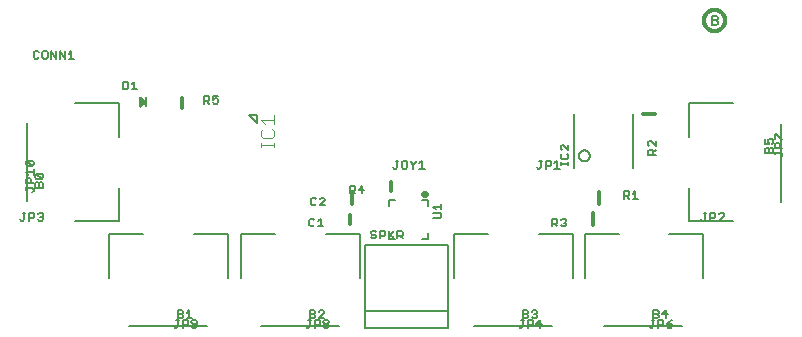
<source format=gbr>
G04 EAGLE Gerber RS-274X export*
G75*
%MOMM*%
%FSLAX34Y34*%
%LPD*%
%INSilkscreen Top*%
%IPPOS*%
%AMOC8*
5,1,8,0,0,1.08239X$1,22.5*%
G01*
%ADD10C,0.152400*%
%ADD11C,0.203200*%
%ADD12C,0.101600*%
%ADD13C,0.304800*%
%ADD14C,0.127000*%
%ADD15R,0.190500X0.889000*%

G36*
X100387Y191014D02*
X100387Y191014D01*
X100405Y191012D01*
X100507Y191040D01*
X100610Y191062D01*
X100625Y191071D01*
X100642Y191076D01*
X100787Y191161D01*
X105867Y194971D01*
X105870Y194974D01*
X105874Y194976D01*
X105955Y195063D01*
X106037Y195148D01*
X106039Y195152D01*
X106042Y195155D01*
X106092Y195264D01*
X106142Y195371D01*
X106142Y195375D01*
X106144Y195379D01*
X106157Y195497D01*
X106170Y195615D01*
X106170Y195619D01*
X106170Y195624D01*
X106144Y195740D01*
X106120Y195856D01*
X106117Y195860D01*
X106116Y195864D01*
X106055Y195966D01*
X105995Y196068D01*
X105991Y196071D01*
X105989Y196074D01*
X105867Y196189D01*
X100787Y199999D01*
X100771Y200007D01*
X100758Y200020D01*
X100743Y200027D01*
X100735Y200033D01*
X100685Y200053D01*
X100662Y200064D01*
X100569Y200113D01*
X100551Y200116D01*
X100535Y200123D01*
X100430Y200135D01*
X100326Y200151D01*
X100308Y200148D01*
X100291Y200150D01*
X100188Y200128D01*
X100083Y200110D01*
X100068Y200102D01*
X100050Y200098D01*
X99960Y200044D01*
X99867Y199994D01*
X99854Y199981D01*
X99839Y199972D01*
X99770Y199892D01*
X99698Y199815D01*
X99691Y199798D01*
X99679Y199785D01*
X99640Y199687D01*
X99596Y199591D01*
X99594Y199573D01*
X99587Y199557D01*
X99569Y199390D01*
X99569Y191770D01*
X99572Y191752D01*
X99570Y191735D01*
X99591Y191631D01*
X99609Y191527D01*
X99617Y191512D01*
X99621Y191494D01*
X99674Y191403D01*
X99724Y191310D01*
X99736Y191298D01*
X99746Y191282D01*
X99825Y191213D01*
X99902Y191141D01*
X99918Y191133D01*
X99932Y191121D01*
X100029Y191081D01*
X100125Y191037D01*
X100143Y191035D01*
X100159Y191028D01*
X100265Y191021D01*
X100369Y191010D01*
X100387Y191014D01*
G37*
D10*
X14566Y237918D02*
X13465Y239020D01*
X11262Y239020D01*
X10160Y237918D01*
X10160Y233512D01*
X11262Y232410D01*
X13465Y232410D01*
X14566Y233512D01*
X18746Y239020D02*
X20949Y239020D01*
X18746Y239020D02*
X17644Y237918D01*
X17644Y233512D01*
X18746Y232410D01*
X20949Y232410D01*
X22051Y233512D01*
X22051Y237918D01*
X20949Y239020D01*
X25128Y239020D02*
X25128Y232410D01*
X29535Y232410D02*
X25128Y239020D01*
X29535Y239020D02*
X29535Y232410D01*
X32612Y232410D02*
X32612Y239020D01*
X37019Y232410D01*
X37019Y239020D01*
X40097Y236816D02*
X42300Y239020D01*
X42300Y232410D01*
X40097Y232410D02*
X44503Y232410D01*
D11*
X199164Y178410D02*
X199180Y178410D01*
X199164Y178410D02*
X199164Y185194D01*
X192396Y185194D02*
X199180Y178410D01*
X199164Y185194D02*
X192396Y185194D01*
D12*
X214122Y161182D02*
X214122Y157284D01*
X214122Y159233D02*
X202428Y159233D01*
X202428Y157284D02*
X202428Y161182D01*
X202428Y170927D02*
X204377Y172876D01*
X202428Y170927D02*
X202428Y167029D01*
X204377Y165080D01*
X212173Y165080D01*
X214122Y167029D01*
X214122Y170927D01*
X212173Y172876D01*
X206326Y176774D02*
X202428Y180672D01*
X214122Y180672D01*
X214122Y176774D02*
X214122Y184570D01*
D11*
X493550Y5850D02*
X559550Y5850D01*
X477050Y46850D02*
X477050Y83850D01*
X505550Y83850D01*
X548550Y83850D02*
X577050Y83850D01*
X577050Y46850D01*
D10*
X535069Y19409D02*
X535069Y12799D01*
X535069Y19409D02*
X538374Y19409D01*
X539475Y18307D01*
X539475Y17205D01*
X538374Y16104D01*
X539475Y15002D01*
X539475Y13901D01*
X538374Y12799D01*
X535069Y12799D01*
X535069Y16104D02*
X538374Y16104D01*
X545858Y12799D02*
X545858Y19409D01*
X542553Y16104D01*
X546959Y16104D01*
D11*
X449060Y5850D02*
X383060Y5850D01*
X366560Y46850D02*
X366560Y83850D01*
X395060Y83850D01*
X438060Y83850D02*
X466560Y83850D01*
X466560Y46850D01*
D10*
X424579Y19409D02*
X424579Y12799D01*
X424579Y19409D02*
X427884Y19409D01*
X428985Y18307D01*
X428985Y17205D01*
X427884Y16104D01*
X428985Y15002D01*
X428985Y13901D01*
X427884Y12799D01*
X424579Y12799D01*
X424579Y16104D02*
X427884Y16104D01*
X432063Y18307D02*
X433164Y19409D01*
X435368Y19409D01*
X436469Y18307D01*
X436469Y17205D01*
X435368Y16104D01*
X434266Y16104D01*
X435368Y16104D02*
X436469Y15002D01*
X436469Y13901D01*
X435368Y12799D01*
X433164Y12799D01*
X432063Y13901D01*
D11*
X268720Y5850D02*
X202720Y5850D01*
X186220Y46850D02*
X186220Y83850D01*
X214720Y83850D01*
X257720Y83850D02*
X286220Y83850D01*
X286220Y46850D01*
D10*
X244239Y19409D02*
X244239Y12799D01*
X244239Y19409D02*
X247544Y19409D01*
X248645Y18307D01*
X248645Y17205D01*
X247544Y16104D01*
X248645Y15002D01*
X248645Y13901D01*
X247544Y12799D01*
X244239Y12799D01*
X244239Y16104D02*
X247544Y16104D01*
X251723Y12799D02*
X256129Y12799D01*
X251723Y12799D02*
X256129Y17205D01*
X256129Y18307D01*
X255028Y19409D01*
X252824Y19409D01*
X251723Y18307D01*
D11*
X4580Y112280D02*
X4580Y178280D01*
X45580Y194780D02*
X82580Y194780D01*
X82580Y166280D01*
X82580Y123280D02*
X82580Y94780D01*
X45580Y94780D01*
D10*
X18133Y123317D02*
X11523Y123317D01*
X11523Y126622D01*
X12625Y127723D01*
X13727Y127723D01*
X14828Y126622D01*
X15930Y127723D01*
X17031Y127723D01*
X18133Y126622D01*
X18133Y123317D01*
X14828Y123317D02*
X14828Y126622D01*
X17031Y130801D02*
X12625Y130801D01*
X11523Y131903D01*
X11523Y134106D01*
X12625Y135208D01*
X17031Y135208D01*
X18133Y134106D01*
X18133Y131903D01*
X17031Y130801D01*
X12625Y135208D01*
D11*
X90960Y5850D02*
X156960Y5850D01*
X74460Y46850D02*
X74460Y83850D01*
X102960Y83850D01*
X145960Y83850D02*
X174460Y83850D01*
X174460Y46850D01*
D10*
X132479Y19409D02*
X132479Y12799D01*
X132479Y19409D02*
X135784Y19409D01*
X136885Y18307D01*
X136885Y17205D01*
X135784Y16104D01*
X136885Y15002D01*
X136885Y13901D01*
X135784Y12799D01*
X132479Y12799D01*
X132479Y16104D02*
X135784Y16104D01*
X139963Y17205D02*
X142166Y19409D01*
X142166Y12799D01*
X139963Y12799D02*
X144369Y12799D01*
X314487Y140548D02*
X315589Y139446D01*
X316691Y139446D01*
X317792Y140548D01*
X317792Y146056D01*
X316691Y146056D02*
X318894Y146056D01*
X323073Y146056D02*
X325276Y146056D01*
X323073Y146056D02*
X321972Y144954D01*
X321972Y140548D01*
X323073Y139446D01*
X325276Y139446D01*
X326378Y140548D01*
X326378Y144954D01*
X325276Y146056D01*
X329456Y146056D02*
X329456Y144954D01*
X331659Y142751D01*
X333862Y144954D01*
X333862Y146056D01*
X331659Y142751D02*
X331659Y139446D01*
X336940Y143852D02*
X339143Y146056D01*
X339143Y139446D01*
X336940Y139446D02*
X341346Y139446D01*
D11*
X643120Y111280D02*
X643120Y177280D01*
X602120Y94780D02*
X565120Y94780D01*
X565120Y123280D01*
X565120Y166280D02*
X565120Y194780D01*
X602120Y194780D01*
D10*
X629561Y152799D02*
X636171Y152799D01*
X629561Y152799D02*
X629561Y156104D01*
X630663Y157205D01*
X631765Y157205D01*
X632866Y156104D01*
X633968Y157205D01*
X635069Y157205D01*
X636171Y156104D01*
X636171Y152799D01*
X632866Y152799D02*
X632866Y156104D01*
X629561Y160283D02*
X629561Y164689D01*
X629561Y160283D02*
X632866Y160283D01*
X631765Y162486D01*
X631765Y163588D01*
X632866Y164689D01*
X635069Y164689D01*
X636171Y163588D01*
X636171Y161384D01*
X635069Y160283D01*
D11*
X517906Y139732D02*
X517906Y185388D01*
X467614Y185388D02*
X467614Y139732D01*
X471932Y150368D02*
X471934Y150503D01*
X471940Y150638D01*
X471950Y150772D01*
X471964Y150906D01*
X471982Y151040D01*
X472003Y151173D01*
X472029Y151305D01*
X472059Y151437D01*
X472092Y151568D01*
X472129Y151697D01*
X472171Y151826D01*
X472215Y151953D01*
X472264Y152079D01*
X472316Y152203D01*
X472372Y152326D01*
X472432Y152447D01*
X472495Y152566D01*
X472561Y152683D01*
X472631Y152798D01*
X472705Y152912D01*
X472782Y153023D01*
X472861Y153131D01*
X472945Y153237D01*
X473031Y153341D01*
X473120Y153442D01*
X473212Y153541D01*
X473307Y153636D01*
X473405Y153729D01*
X473505Y153819D01*
X473608Y153906D01*
X473714Y153990D01*
X473822Y154071D01*
X473932Y154148D01*
X474045Y154222D01*
X474160Y154293D01*
X474277Y154361D01*
X474395Y154425D01*
X474516Y154485D01*
X474638Y154542D01*
X474762Y154595D01*
X474888Y154645D01*
X475014Y154691D01*
X475143Y154733D01*
X475272Y154771D01*
X475402Y154805D01*
X475534Y154836D01*
X475666Y154863D01*
X475799Y154885D01*
X475932Y154904D01*
X476066Y154919D01*
X476201Y154930D01*
X476335Y154937D01*
X476470Y154940D01*
X476605Y154939D01*
X476740Y154934D01*
X476874Y154925D01*
X477009Y154912D01*
X477143Y154895D01*
X477276Y154874D01*
X477408Y154850D01*
X477540Y154821D01*
X477671Y154789D01*
X477801Y154752D01*
X477930Y154712D01*
X478057Y154668D01*
X478183Y154620D01*
X478308Y154569D01*
X478431Y154514D01*
X478553Y154455D01*
X478672Y154393D01*
X478790Y154327D01*
X478906Y154258D01*
X479019Y154186D01*
X479131Y154110D01*
X479240Y154031D01*
X479347Y153949D01*
X479451Y153863D01*
X479553Y153775D01*
X479652Y153683D01*
X479749Y153589D01*
X479842Y153492D01*
X479933Y153392D01*
X480021Y153290D01*
X480105Y153185D01*
X480187Y153077D01*
X480265Y152967D01*
X480340Y152855D01*
X480412Y152741D01*
X480480Y152625D01*
X480545Y152506D01*
X480606Y152386D01*
X480664Y152264D01*
X480718Y152141D01*
X480769Y152016D01*
X480815Y151889D01*
X480858Y151762D01*
X480898Y151633D01*
X480933Y151502D01*
X480965Y151371D01*
X480992Y151239D01*
X481016Y151107D01*
X481036Y150973D01*
X481052Y150839D01*
X481064Y150705D01*
X481072Y150570D01*
X481076Y150435D01*
X481076Y150301D01*
X481072Y150166D01*
X481064Y150031D01*
X481052Y149897D01*
X481036Y149763D01*
X481016Y149629D01*
X480992Y149497D01*
X480965Y149365D01*
X480933Y149234D01*
X480898Y149103D01*
X480858Y148974D01*
X480815Y148847D01*
X480769Y148720D01*
X480718Y148595D01*
X480664Y148472D01*
X480606Y148350D01*
X480545Y148230D01*
X480480Y148111D01*
X480412Y147995D01*
X480340Y147881D01*
X480265Y147769D01*
X480187Y147659D01*
X480105Y147551D01*
X480021Y147446D01*
X479933Y147344D01*
X479842Y147244D01*
X479749Y147147D01*
X479652Y147053D01*
X479553Y146961D01*
X479451Y146873D01*
X479347Y146787D01*
X479240Y146705D01*
X479131Y146626D01*
X479019Y146550D01*
X478906Y146478D01*
X478790Y146409D01*
X478672Y146343D01*
X478553Y146281D01*
X478431Y146222D01*
X478308Y146167D01*
X478183Y146116D01*
X478057Y146068D01*
X477930Y146024D01*
X477801Y145984D01*
X477671Y145947D01*
X477540Y145915D01*
X477408Y145886D01*
X477276Y145862D01*
X477143Y145841D01*
X477009Y145824D01*
X476874Y145811D01*
X476740Y145802D01*
X476605Y145797D01*
X476470Y145796D01*
X476335Y145799D01*
X476201Y145806D01*
X476066Y145817D01*
X475932Y145832D01*
X475799Y145851D01*
X475666Y145873D01*
X475534Y145900D01*
X475402Y145931D01*
X475272Y145965D01*
X475143Y146003D01*
X475014Y146045D01*
X474888Y146091D01*
X474762Y146141D01*
X474638Y146194D01*
X474516Y146251D01*
X474395Y146311D01*
X474277Y146375D01*
X474160Y146443D01*
X474045Y146514D01*
X473932Y146588D01*
X473822Y146665D01*
X473714Y146746D01*
X473608Y146830D01*
X473505Y146917D01*
X473405Y147007D01*
X473307Y147100D01*
X473212Y147195D01*
X473120Y147294D01*
X473031Y147395D01*
X472945Y147499D01*
X472861Y147605D01*
X472782Y147713D01*
X472705Y147824D01*
X472631Y147938D01*
X472561Y148053D01*
X472495Y148170D01*
X472432Y148289D01*
X472372Y148410D01*
X472316Y148533D01*
X472264Y148657D01*
X472215Y148783D01*
X472171Y148910D01*
X472129Y149039D01*
X472092Y149168D01*
X472059Y149299D01*
X472029Y149431D01*
X472003Y149563D01*
X471982Y149696D01*
X471964Y149830D01*
X471950Y149964D01*
X471940Y150098D01*
X471934Y150233D01*
X471932Y150368D01*
D10*
X463042Y144697D02*
X463042Y142494D01*
X463042Y143596D02*
X456432Y143596D01*
X456432Y144697D02*
X456432Y142494D01*
X456432Y150788D02*
X457534Y151890D01*
X456432Y150788D02*
X456432Y148585D01*
X457534Y147483D01*
X461940Y147483D01*
X463042Y148585D01*
X463042Y150788D01*
X461940Y151890D01*
X463042Y154968D02*
X463042Y159374D01*
X463042Y154968D02*
X458636Y159374D01*
X457534Y159374D01*
X456432Y158272D01*
X456432Y156069D01*
X457534Y154968D01*
D13*
X488950Y119380D02*
X488950Y109220D01*
D10*
X510032Y113792D02*
X510032Y120402D01*
X513337Y120402D01*
X514438Y119300D01*
X514438Y117097D01*
X513337Y115995D01*
X510032Y115995D01*
X512235Y115995D02*
X514438Y113792D01*
X517516Y118198D02*
X519719Y120402D01*
X519719Y113792D01*
X517516Y113792D02*
X521923Y113792D01*
D13*
X525780Y185420D02*
X535940Y185420D01*
D10*
X536956Y150894D02*
X530346Y150894D01*
X530346Y154199D01*
X531448Y155300D01*
X533651Y155300D01*
X534753Y154199D01*
X534753Y150894D01*
X534753Y153097D02*
X536956Y155300D01*
X536956Y158378D02*
X536956Y162784D01*
X536956Y158378D02*
X532550Y162784D01*
X531448Y162784D01*
X530346Y161683D01*
X530346Y159479D01*
X531448Y158378D01*
D13*
X483870Y101600D02*
X483870Y91440D01*
D10*
X449344Y90424D02*
X449344Y97034D01*
X452649Y97034D01*
X453750Y95932D01*
X453750Y93729D01*
X452649Y92627D01*
X449344Y92627D01*
X451547Y92627D02*
X453750Y90424D01*
X456828Y95932D02*
X457929Y97034D01*
X460133Y97034D01*
X461234Y95932D01*
X461234Y94830D01*
X460133Y93729D01*
X459031Y93729D01*
X460133Y93729D02*
X461234Y92627D01*
X461234Y91526D01*
X460133Y90424D01*
X457929Y90424D01*
X456828Y91526D01*
D14*
X344160Y108070D02*
X344160Y113020D01*
X339210Y113020D01*
X344160Y84970D02*
X344160Y80020D01*
X339210Y80020D01*
X316110Y113020D02*
X311160Y113020D01*
X311160Y108070D01*
X311160Y80020D02*
X316110Y80020D01*
X311160Y80020D02*
X311160Y84970D01*
D13*
X340246Y117520D02*
X340248Y117595D01*
X340254Y117669D01*
X340264Y117743D01*
X340277Y117816D01*
X340295Y117889D01*
X340316Y117960D01*
X340341Y118031D01*
X340370Y118100D01*
X340403Y118167D01*
X340439Y118232D01*
X340478Y118296D01*
X340520Y118357D01*
X340566Y118416D01*
X340615Y118473D01*
X340667Y118526D01*
X340721Y118577D01*
X340778Y118626D01*
X340838Y118670D01*
X340900Y118712D01*
X340964Y118751D01*
X341030Y118786D01*
X341097Y118817D01*
X341167Y118845D01*
X341237Y118869D01*
X341309Y118890D01*
X341382Y118906D01*
X341455Y118919D01*
X341530Y118928D01*
X341604Y118933D01*
X341679Y118934D01*
X341753Y118931D01*
X341828Y118924D01*
X341901Y118913D01*
X341975Y118899D01*
X342047Y118880D01*
X342118Y118858D01*
X342188Y118832D01*
X342257Y118802D01*
X342323Y118769D01*
X342388Y118732D01*
X342451Y118692D01*
X342512Y118648D01*
X342570Y118602D01*
X342626Y118552D01*
X342679Y118500D01*
X342730Y118445D01*
X342777Y118387D01*
X342821Y118327D01*
X342862Y118264D01*
X342900Y118200D01*
X342934Y118134D01*
X342965Y118065D01*
X342992Y117996D01*
X343015Y117925D01*
X343034Y117853D01*
X343050Y117780D01*
X343062Y117706D01*
X343070Y117632D01*
X343074Y117557D01*
X343074Y117483D01*
X343070Y117408D01*
X343062Y117334D01*
X343050Y117260D01*
X343034Y117187D01*
X343015Y117115D01*
X342992Y117044D01*
X342965Y116975D01*
X342934Y116906D01*
X342900Y116840D01*
X342862Y116776D01*
X342821Y116713D01*
X342777Y116653D01*
X342730Y116595D01*
X342679Y116540D01*
X342626Y116488D01*
X342570Y116438D01*
X342512Y116392D01*
X342451Y116348D01*
X342388Y116308D01*
X342323Y116271D01*
X342257Y116238D01*
X342188Y116208D01*
X342118Y116182D01*
X342047Y116160D01*
X341975Y116141D01*
X341901Y116127D01*
X341828Y116116D01*
X341753Y116109D01*
X341679Y116106D01*
X341604Y116107D01*
X341530Y116112D01*
X341455Y116121D01*
X341382Y116134D01*
X341309Y116150D01*
X341237Y116171D01*
X341167Y116195D01*
X341097Y116223D01*
X341030Y116254D01*
X340964Y116289D01*
X340900Y116328D01*
X340838Y116370D01*
X340778Y116414D01*
X340721Y116463D01*
X340667Y116514D01*
X340615Y116567D01*
X340566Y116624D01*
X340520Y116683D01*
X340478Y116744D01*
X340439Y116808D01*
X340403Y116873D01*
X340370Y116940D01*
X340341Y117009D01*
X340316Y117080D01*
X340295Y117151D01*
X340277Y117224D01*
X340264Y117297D01*
X340254Y117371D01*
X340248Y117445D01*
X340246Y117520D01*
D10*
X348736Y97554D02*
X354244Y97554D01*
X355346Y98655D01*
X355346Y100859D01*
X354244Y101960D01*
X348736Y101960D01*
X350940Y105038D02*
X348736Y107241D01*
X355346Y107241D01*
X355346Y105038D02*
X355346Y109444D01*
D13*
X312420Y120460D02*
X312420Y128460D01*
D10*
X277894Y124974D02*
X277894Y118364D01*
X277894Y124974D02*
X281199Y124974D01*
X282300Y123872D01*
X282300Y121669D01*
X281199Y120567D01*
X277894Y120567D01*
X280097Y120567D02*
X282300Y118364D01*
X288683Y118364D02*
X288683Y124974D01*
X285378Y121669D01*
X289784Y121669D01*
D13*
X278130Y100520D02*
X278130Y92520D01*
D10*
X248010Y95932D02*
X246909Y97034D01*
X244705Y97034D01*
X243604Y95932D01*
X243604Y91526D01*
X244705Y90424D01*
X246909Y90424D01*
X248010Y91526D01*
X251088Y94830D02*
X253291Y97034D01*
X253291Y90424D01*
X251088Y90424D02*
X255494Y90424D01*
D13*
X279400Y109220D02*
X279400Y119380D01*
D10*
X249280Y113712D02*
X248179Y114814D01*
X245975Y114814D01*
X244874Y113712D01*
X244874Y109306D01*
X245975Y108204D01*
X248179Y108204D01*
X249280Y109306D01*
X252358Y108204D02*
X256764Y108204D01*
X252358Y108204D02*
X256764Y112610D01*
X256764Y113712D01*
X255663Y114814D01*
X253459Y114814D01*
X252358Y113712D01*
D11*
X291120Y74640D02*
X291120Y18640D01*
X291120Y4640D01*
X361120Y4640D01*
X361120Y18640D01*
X361120Y74640D01*
X291120Y74640D01*
X291120Y18640D02*
X361120Y18640D01*
D10*
X300288Y85810D02*
X299187Y86912D01*
X296984Y86912D01*
X295882Y85810D01*
X295882Y84708D01*
X296984Y83607D01*
X299187Y83607D01*
X300288Y82505D01*
X300288Y81404D01*
X299187Y80302D01*
X296984Y80302D01*
X295882Y81404D01*
X303366Y80302D02*
X303366Y86912D01*
X306671Y86912D01*
X307773Y85810D01*
X307773Y83607D01*
X306671Y82505D01*
X303366Y82505D01*
X310850Y80302D02*
X310850Y86912D01*
X310850Y82505D02*
X315257Y86912D01*
X311952Y83607D02*
X315257Y80302D01*
X318334Y80302D02*
X318334Y86912D01*
X321639Y86912D01*
X322741Y85810D01*
X322741Y83607D01*
X321639Y82505D01*
X318334Y82505D01*
X320538Y82505D02*
X322741Y80302D01*
X436272Y140548D02*
X437373Y139446D01*
X438475Y139446D01*
X439576Y140548D01*
X439576Y146056D01*
X438475Y146056D02*
X440678Y146056D01*
X443756Y146056D02*
X443756Y139446D01*
X443756Y146056D02*
X447061Y146056D01*
X448162Y144954D01*
X448162Y142751D01*
X447061Y141649D01*
X443756Y141649D01*
X451240Y143852D02*
X453443Y146056D01*
X453443Y139446D01*
X451240Y139446D02*
X455646Y139446D01*
X575310Y96352D02*
X576412Y95250D01*
X577513Y95250D01*
X578615Y96352D01*
X578615Y101860D01*
X579716Y101860D02*
X577513Y101860D01*
X582794Y101860D02*
X582794Y95250D01*
X582794Y101860D02*
X586099Y101860D01*
X587201Y100758D01*
X587201Y98555D01*
X586099Y97453D01*
X582794Y97453D01*
X590278Y95250D02*
X594685Y95250D01*
X594685Y99656D02*
X590278Y95250D01*
X594685Y99656D02*
X594685Y100758D01*
X593583Y101860D01*
X591380Y101860D01*
X590278Y100758D01*
X-168Y95250D02*
X-1270Y96352D01*
X-168Y95250D02*
X933Y95250D01*
X2035Y96352D01*
X2035Y101860D01*
X3136Y101860D02*
X933Y101860D01*
X6214Y101860D02*
X6214Y95250D01*
X6214Y101860D02*
X9519Y101860D01*
X10621Y100758D01*
X10621Y98555D01*
X9519Y97453D01*
X6214Y97453D01*
X13698Y100758D02*
X14800Y101860D01*
X17003Y101860D01*
X18105Y100758D01*
X18105Y99656D01*
X17003Y98555D01*
X15902Y98555D01*
X17003Y98555D02*
X18105Y97453D01*
X18105Y96352D01*
X17003Y95250D01*
X14800Y95250D01*
X13698Y96352D01*
X421032Y5928D02*
X422133Y4826D01*
X423235Y4826D01*
X424336Y5928D01*
X424336Y11436D01*
X423235Y11436D02*
X425438Y11436D01*
X428516Y11436D02*
X428516Y4826D01*
X428516Y11436D02*
X431821Y11436D01*
X432922Y10334D01*
X432922Y8131D01*
X431821Y7029D01*
X428516Y7029D01*
X439305Y4826D02*
X439305Y11436D01*
X436000Y8131D01*
X440406Y8131D01*
X531522Y5928D02*
X532623Y4826D01*
X533725Y4826D01*
X534826Y5928D01*
X534826Y11436D01*
X533725Y11436D02*
X535928Y11436D01*
X539006Y11436D02*
X539006Y4826D01*
X539006Y11436D02*
X542311Y11436D01*
X543412Y10334D01*
X543412Y8131D01*
X542311Y7029D01*
X539006Y7029D01*
X548693Y10334D02*
X550896Y11436D01*
X548693Y10334D02*
X546490Y8131D01*
X546490Y5928D01*
X547591Y4826D01*
X549795Y4826D01*
X550896Y5928D01*
X550896Y7029D01*
X549795Y8131D01*
X546490Y8131D01*
X643042Y149252D02*
X644144Y150353D01*
X644144Y151455D01*
X643042Y152556D01*
X637534Y152556D01*
X637534Y151455D02*
X637534Y153658D01*
X637534Y156736D02*
X644144Y156736D01*
X637534Y156736D02*
X637534Y160041D01*
X638636Y161142D01*
X640839Y161142D01*
X641941Y160041D01*
X641941Y156736D01*
X637534Y164220D02*
X637534Y168626D01*
X638636Y168626D01*
X643042Y164220D01*
X644144Y164220D01*
X241793Y4826D02*
X240692Y5928D01*
X241793Y4826D02*
X242895Y4826D01*
X243996Y5928D01*
X243996Y11436D01*
X242895Y11436D02*
X245098Y11436D01*
X248176Y11436D02*
X248176Y4826D01*
X248176Y11436D02*
X251481Y11436D01*
X252582Y10334D01*
X252582Y8131D01*
X251481Y7029D01*
X248176Y7029D01*
X255660Y10334D02*
X256761Y11436D01*
X258965Y11436D01*
X260066Y10334D01*
X260066Y9232D01*
X258965Y8131D01*
X260066Y7029D01*
X260066Y5928D01*
X258965Y4826D01*
X256761Y4826D01*
X255660Y5928D01*
X255660Y7029D01*
X256761Y8131D01*
X255660Y9232D01*
X255660Y10334D01*
X256761Y8131D02*
X258965Y8131D01*
X130033Y4826D02*
X128932Y5928D01*
X130033Y4826D02*
X131135Y4826D01*
X132236Y5928D01*
X132236Y11436D01*
X131135Y11436D02*
X133338Y11436D01*
X136416Y11436D02*
X136416Y4826D01*
X136416Y11436D02*
X139721Y11436D01*
X140822Y10334D01*
X140822Y8131D01*
X139721Y7029D01*
X136416Y7029D01*
X143900Y5928D02*
X145001Y4826D01*
X147205Y4826D01*
X148306Y5928D01*
X148306Y10334D01*
X147205Y11436D01*
X145001Y11436D01*
X143900Y10334D01*
X143900Y9232D01*
X145001Y8131D01*
X148306Y8131D01*
X10160Y120482D02*
X9058Y119380D01*
X10160Y120482D02*
X10160Y121583D01*
X9058Y122685D01*
X3550Y122685D01*
X3550Y123786D02*
X3550Y121583D01*
X3550Y126864D02*
X10160Y126864D01*
X3550Y126864D02*
X3550Y130169D01*
X4652Y131271D01*
X6855Y131271D01*
X7957Y130169D01*
X7957Y126864D01*
X5754Y134348D02*
X3550Y136552D01*
X10160Y136552D01*
X10160Y138755D02*
X10160Y134348D01*
X9058Y141832D02*
X4652Y141832D01*
X3550Y142934D01*
X3550Y145137D01*
X4652Y146239D01*
X9058Y146239D01*
X10160Y145137D01*
X10160Y142934D01*
X9058Y141832D01*
X4652Y146239D01*
D15*
X105228Y195580D03*
D10*
X85852Y206502D02*
X85852Y213112D01*
X85852Y206502D02*
X89157Y206502D01*
X90258Y207604D01*
X90258Y212010D01*
X89157Y213112D01*
X85852Y213112D01*
X93336Y210908D02*
X95539Y213112D01*
X95539Y206502D01*
X93336Y206502D02*
X97743Y206502D01*
D13*
X135890Y198945D02*
X135890Y190945D01*
D10*
X154432Y194437D02*
X154432Y201047D01*
X157737Y201047D01*
X158838Y199945D01*
X158838Y197742D01*
X157737Y196640D01*
X154432Y196640D01*
X156635Y196640D02*
X158838Y194437D01*
X161916Y201047D02*
X166323Y201047D01*
X161916Y201047D02*
X161916Y197742D01*
X164119Y198843D01*
X165221Y198843D01*
X166323Y197742D01*
X166323Y195539D01*
X165221Y194437D01*
X163018Y194437D01*
X161916Y195539D01*
D13*
X577760Y264795D02*
X577763Y265015D01*
X577771Y265236D01*
X577784Y265456D01*
X577803Y265675D01*
X577828Y265894D01*
X577857Y266113D01*
X577892Y266330D01*
X577933Y266547D01*
X577978Y266763D01*
X578029Y266977D01*
X578085Y267190D01*
X578147Y267402D01*
X578213Y267612D01*
X578285Y267820D01*
X578362Y268027D01*
X578444Y268231D01*
X578530Y268434D01*
X578622Y268634D01*
X578719Y268833D01*
X578820Y269028D01*
X578927Y269221D01*
X579038Y269412D01*
X579153Y269599D01*
X579273Y269784D01*
X579398Y269966D01*
X579527Y270144D01*
X579661Y270320D01*
X579798Y270492D01*
X579940Y270660D01*
X580086Y270826D01*
X580236Y270987D01*
X580390Y271145D01*
X580548Y271299D01*
X580709Y271449D01*
X580875Y271595D01*
X581043Y271737D01*
X581215Y271874D01*
X581391Y272008D01*
X581569Y272137D01*
X581751Y272262D01*
X581936Y272382D01*
X582123Y272497D01*
X582314Y272608D01*
X582507Y272715D01*
X582702Y272816D01*
X582901Y272913D01*
X583101Y273005D01*
X583304Y273091D01*
X583508Y273173D01*
X583715Y273250D01*
X583923Y273322D01*
X584133Y273388D01*
X584345Y273450D01*
X584558Y273506D01*
X584772Y273557D01*
X584988Y273602D01*
X585205Y273643D01*
X585422Y273678D01*
X585641Y273707D01*
X585860Y273732D01*
X586079Y273751D01*
X586299Y273764D01*
X586520Y273772D01*
X586740Y273775D01*
X586960Y273772D01*
X587181Y273764D01*
X587401Y273751D01*
X587620Y273732D01*
X587839Y273707D01*
X588058Y273678D01*
X588275Y273643D01*
X588492Y273602D01*
X588708Y273557D01*
X588922Y273506D01*
X589135Y273450D01*
X589347Y273388D01*
X589557Y273322D01*
X589765Y273250D01*
X589972Y273173D01*
X590176Y273091D01*
X590379Y273005D01*
X590579Y272913D01*
X590778Y272816D01*
X590973Y272715D01*
X591166Y272608D01*
X591357Y272497D01*
X591544Y272382D01*
X591729Y272262D01*
X591911Y272137D01*
X592089Y272008D01*
X592265Y271874D01*
X592437Y271737D01*
X592605Y271595D01*
X592771Y271449D01*
X592932Y271299D01*
X593090Y271145D01*
X593244Y270987D01*
X593394Y270826D01*
X593540Y270660D01*
X593682Y270492D01*
X593819Y270320D01*
X593953Y270144D01*
X594082Y269966D01*
X594207Y269784D01*
X594327Y269599D01*
X594442Y269412D01*
X594553Y269221D01*
X594660Y269028D01*
X594761Y268833D01*
X594858Y268634D01*
X594950Y268434D01*
X595036Y268231D01*
X595118Y268027D01*
X595195Y267820D01*
X595267Y267612D01*
X595333Y267402D01*
X595395Y267190D01*
X595451Y266977D01*
X595502Y266763D01*
X595547Y266547D01*
X595588Y266330D01*
X595623Y266113D01*
X595652Y265894D01*
X595677Y265675D01*
X595696Y265456D01*
X595709Y265236D01*
X595717Y265015D01*
X595720Y264795D01*
X595717Y264575D01*
X595709Y264354D01*
X595696Y264134D01*
X595677Y263915D01*
X595652Y263696D01*
X595623Y263477D01*
X595588Y263260D01*
X595547Y263043D01*
X595502Y262827D01*
X595451Y262613D01*
X595395Y262400D01*
X595333Y262188D01*
X595267Y261978D01*
X595195Y261770D01*
X595118Y261563D01*
X595036Y261359D01*
X594950Y261156D01*
X594858Y260956D01*
X594761Y260757D01*
X594660Y260562D01*
X594553Y260369D01*
X594442Y260178D01*
X594327Y259991D01*
X594207Y259806D01*
X594082Y259624D01*
X593953Y259446D01*
X593819Y259270D01*
X593682Y259098D01*
X593540Y258930D01*
X593394Y258764D01*
X593244Y258603D01*
X593090Y258445D01*
X592932Y258291D01*
X592771Y258141D01*
X592605Y257995D01*
X592437Y257853D01*
X592265Y257716D01*
X592089Y257582D01*
X591911Y257453D01*
X591729Y257328D01*
X591544Y257208D01*
X591357Y257093D01*
X591166Y256982D01*
X590973Y256875D01*
X590778Y256774D01*
X590579Y256677D01*
X590379Y256585D01*
X590176Y256499D01*
X589972Y256417D01*
X589765Y256340D01*
X589557Y256268D01*
X589347Y256202D01*
X589135Y256140D01*
X588922Y256084D01*
X588708Y256033D01*
X588492Y255988D01*
X588275Y255947D01*
X588058Y255912D01*
X587839Y255883D01*
X587620Y255858D01*
X587401Y255839D01*
X587181Y255826D01*
X586960Y255818D01*
X586740Y255815D01*
X586520Y255818D01*
X586299Y255826D01*
X586079Y255839D01*
X585860Y255858D01*
X585641Y255883D01*
X585422Y255912D01*
X585205Y255947D01*
X584988Y255988D01*
X584772Y256033D01*
X584558Y256084D01*
X584345Y256140D01*
X584133Y256202D01*
X583923Y256268D01*
X583715Y256340D01*
X583508Y256417D01*
X583304Y256499D01*
X583101Y256585D01*
X582901Y256677D01*
X582702Y256774D01*
X582507Y256875D01*
X582314Y256982D01*
X582123Y257093D01*
X581936Y257208D01*
X581751Y257328D01*
X581569Y257453D01*
X581391Y257582D01*
X581215Y257716D01*
X581043Y257853D01*
X580875Y257995D01*
X580709Y258141D01*
X580548Y258291D01*
X580390Y258445D01*
X580236Y258603D01*
X580086Y258764D01*
X579940Y258930D01*
X579798Y259098D01*
X579661Y259270D01*
X579527Y259446D01*
X579398Y259624D01*
X579273Y259806D01*
X579153Y259991D01*
X579038Y260178D01*
X578927Y260369D01*
X578820Y260562D01*
X578719Y260757D01*
X578622Y260956D01*
X578530Y261156D01*
X578444Y261359D01*
X578362Y261563D01*
X578285Y261770D01*
X578213Y261978D01*
X578147Y262188D01*
X578085Y262400D01*
X578029Y262613D01*
X577978Y262827D01*
X577933Y263043D01*
X577892Y263260D01*
X577857Y263477D01*
X577828Y263696D01*
X577803Y263915D01*
X577784Y264134D01*
X577771Y264354D01*
X577763Y264575D01*
X577760Y264795D01*
D11*
X584200Y260731D02*
X584200Y268866D01*
X588267Y268866D01*
X589623Y267510D01*
X589623Y266154D01*
X588267Y264798D01*
X589623Y263443D01*
X589623Y262087D01*
X588267Y260731D01*
X584200Y260731D01*
X584200Y264798D02*
X588267Y264798D01*
M02*

</source>
